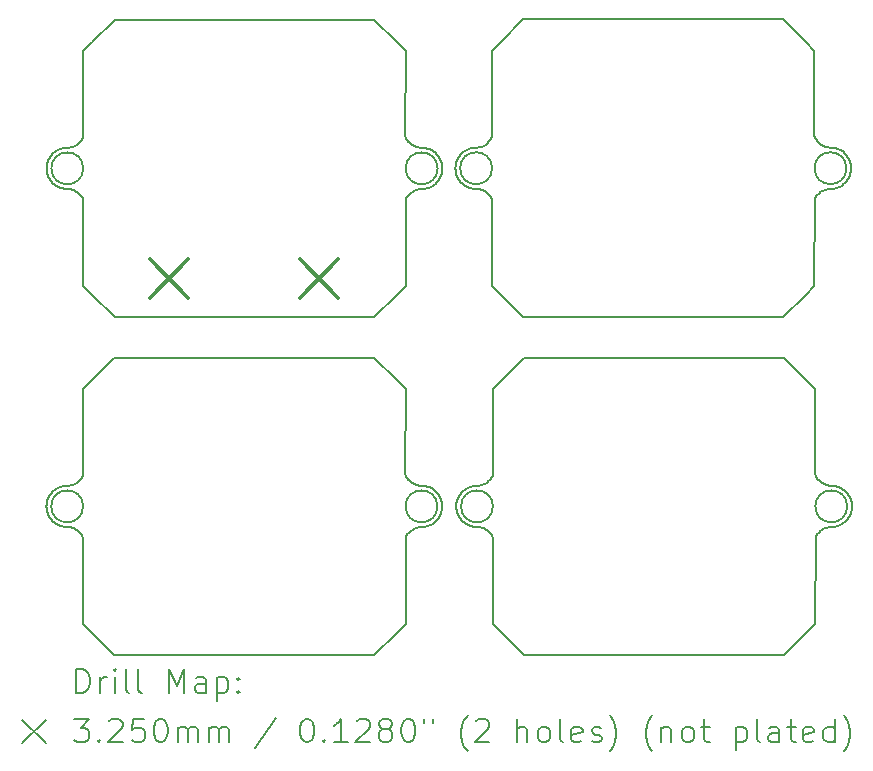
<source format=gbr>
%TF.GenerationSoftware,KiCad,Pcbnew,7.0.7*%
%TF.CreationDate,2023-10-04T22:58:44-06:00*%
%TF.ProjectId,Modular_Interfaces,4d6f6475-6c61-4725-9f49-6e7465726661,rev?*%
%TF.SameCoordinates,Original*%
%TF.FileFunction,Drillmap*%
%TF.FilePolarity,Positive*%
%FSLAX45Y45*%
G04 Gerber Fmt 4.5, Leading zero omitted, Abs format (unit mm)*
G04 Created by KiCad (PCBNEW 7.0.7) date 2023-10-04 22:58:44*
%MOMM*%
%LPD*%
G01*
G04 APERTURE LIST*
%ADD10C,0.150000*%
%ADD11C,0.200000*%
%ADD12C,0.325000*%
G04 APERTURE END LIST*
D10*
X15411971Y-10488499D02*
X15417845Y-10496591D01*
X12273132Y-10770312D02*
X12283124Y-10770669D01*
X15449282Y-7728789D02*
X15449275Y-7738788D01*
X15665486Y-10438381D02*
X15656644Y-10443049D01*
X18887100Y-10694316D02*
X18881216Y-10702399D01*
X12099001Y-10610404D02*
X12100147Y-10620336D01*
X15572673Y-7795967D02*
X15576573Y-7805174D01*
X12114130Y-10522687D02*
X12110242Y-10531899D01*
X15398732Y-10717394D02*
X15391555Y-10724356D01*
X15139350Y-8728678D02*
X15064350Y-8803678D01*
X12357430Y-10797462D02*
X12365350Y-10803564D01*
X15446551Y-10620336D02*
X15444839Y-10630187D01*
X12225240Y-7901646D02*
X12234913Y-7904176D01*
X12274133Y-7908678D02*
X12284125Y-7909035D01*
X18728581Y-7557174D02*
X18735700Y-7557348D01*
D11*
X18877729Y-10595412D02*
G75*
G03*
X18877729Y-10595412I-135000J0D01*
G01*
D10*
X12409828Y-10325151D02*
X12406051Y-10334409D01*
X15686377Y-7564442D02*
X15676869Y-7567533D01*
X15648083Y-10448214D02*
X15639831Y-10453860D01*
X18650728Y-10803664D02*
X18643247Y-10810296D01*
X18803644Y-7893620D02*
X18794323Y-7897237D01*
X15405645Y-10480757D02*
X15411971Y-10488499D01*
X15314003Y-7563229D02*
X15323672Y-7565772D01*
X15384164Y-10459868D02*
X15391718Y-10466417D01*
X12104131Y-10639925D02*
X12106955Y-10649516D01*
X15847245Y-7505243D02*
X15840569Y-7512686D01*
X18908933Y-7707542D02*
X18910067Y-7717476D01*
X12141053Y-10480757D02*
X12134727Y-10488499D01*
X18619442Y-10352136D02*
X18625035Y-10360424D01*
X12214726Y-10760201D02*
X12224239Y-10763280D01*
X18765335Y-7904820D02*
X18755437Y-7906231D01*
X15313787Y-7904176D02*
X15303985Y-7906150D01*
X18902094Y-7786552D02*
X18898727Y-7795967D01*
X18898727Y-7795967D02*
X18894827Y-7805174D01*
X15863997Y-7480420D02*
X15858987Y-7489072D01*
X12188265Y-7581315D02*
X12179704Y-7586480D01*
X15745475Y-7907705D02*
X15755418Y-7908750D01*
X12119642Y-7815473D02*
X12124566Y-7824175D01*
X18910625Y-7737458D02*
X18910048Y-7747440D01*
X15155655Y-10360324D02*
X15161804Y-10368207D01*
X15302984Y-10767784D02*
X15293086Y-10769195D01*
X15137871Y-7463518D02*
X15141648Y-7472775D01*
X15603549Y-7847070D02*
X15610317Y-7854430D01*
X12134727Y-10488499D02*
X12128853Y-10496591D01*
X15782000Y-10775943D02*
X15791516Y-10779008D01*
X18890511Y-7650749D02*
X18894919Y-7659723D01*
X12233696Y-10424863D02*
X12224027Y-10427406D01*
X12379837Y-10817329D02*
X12386335Y-10824928D01*
X15140647Y-10334409D02*
X15145052Y-10343384D01*
X12196305Y-10752440D02*
X12205405Y-10756584D01*
X15945700Y-6662348D02*
X16135700Y-6472348D01*
X15145052Y-10343384D02*
X15150062Y-10352036D01*
X18853372Y-10730996D02*
X18845448Y-10737094D01*
X15273566Y-10770312D02*
X15263574Y-10770669D01*
X18742729Y-10420412D02*
X18752724Y-10420697D01*
X18791839Y-10763380D02*
X18782166Y-10765910D01*
X18606250Y-10325251D02*
X18610027Y-10334509D01*
X15236629Y-10415600D02*
X15246384Y-10417790D01*
X15207275Y-7925332D02*
X15198591Y-7930287D01*
X12100116Y-10570506D02*
X12098982Y-10580440D01*
X12402647Y-7481750D02*
X12397637Y-7490402D01*
X12392044Y-7498690D02*
X12385895Y-7506573D01*
X18845627Y-10453860D02*
X18853544Y-10459968D01*
X15566482Y-7776961D02*
X15569306Y-7786552D01*
X15832793Y-10389173D02*
X15824734Y-10395090D01*
D11*
X15409350Y-7733678D02*
G75*
G03*
X15409350Y-7733678I-135000J0D01*
G01*
D10*
X15762447Y-10771814D02*
X15772295Y-10773541D01*
X18670935Y-7542133D02*
X18680035Y-7546275D01*
X18735610Y-10420237D02*
X18742729Y-10420412D01*
X18693942Y-10779008D02*
X18684659Y-10782722D01*
X12129979Y-7832582D02*
X12135863Y-7840666D01*
X18342729Y-9335412D02*
X18162729Y-9335412D01*
X15871026Y-10343484D02*
X15866016Y-10352136D01*
X18342729Y-11855412D02*
X16142729Y-11855412D01*
X18853906Y-7861392D02*
X18846343Y-7867932D01*
X15224562Y-10778908D02*
X15215279Y-10782622D01*
X15784487Y-7915944D02*
X15793770Y-7919658D01*
X18765553Y-7559913D02*
X18775353Y-7561899D01*
X15392719Y-7604784D02*
X15399887Y-7611754D01*
X18867996Y-7617793D02*
X18874322Y-7625536D01*
X15631914Y-10459968D02*
X15624360Y-10466517D01*
X15423133Y-10685809D02*
X15417720Y-10694216D01*
X15341293Y-10756584D02*
X15331972Y-10760201D01*
X15755418Y-7908750D02*
X15765266Y-7910477D01*
X15436456Y-10531899D02*
X15439811Y-10541318D01*
X15439743Y-10649516D02*
X15436376Y-10658931D01*
X12098417Y-10590423D02*
X12098424Y-10600422D01*
X12320652Y-7551111D02*
X12311070Y-7553966D01*
X15323672Y-7565772D02*
X15333181Y-7568863D01*
X15870700Y-8727348D02*
X15945700Y-8802348D01*
X16135700Y-6472348D02*
X18155700Y-6472348D01*
X18643247Y-10810296D02*
X18636241Y-10817429D01*
X18901856Y-10668237D02*
X18897437Y-10677207D01*
X15439811Y-10541318D02*
X15442623Y-10550913D01*
X15235079Y-7914209D02*
X15225563Y-7917274D01*
X15842188Y-7954365D02*
X15848686Y-7961964D01*
X15952729Y-11665412D02*
X16142729Y-11855412D01*
X12099418Y-7728789D02*
X12099425Y-7738788D01*
X12263354Y-10420597D02*
X12253393Y-10421453D01*
X15399733Y-7855760D02*
X15392556Y-7862722D01*
X18910067Y-7717476D02*
X18910632Y-7727459D01*
X15625057Y-7867932D02*
X15632981Y-7874030D01*
X18803848Y-7571162D02*
X18812943Y-7575317D01*
X15447552Y-7758702D02*
X15445840Y-7768553D01*
X15174868Y-7948563D02*
X15167862Y-7955695D01*
X18742946Y-10770412D02*
X18742946Y-10770412D01*
X12338114Y-10405097D02*
X12329014Y-10409238D01*
X18609411Y-10859328D02*
X18607729Y-11590412D01*
X15722773Y-10421553D02*
X15712876Y-10422977D01*
X15769694Y-10417890D02*
X15759812Y-10419405D01*
X18910632Y-7727459D02*
X18910625Y-7737458D01*
X15359434Y-10442949D02*
X15367995Y-10448114D01*
X15322459Y-10763280D02*
X15312786Y-10765810D01*
X12323137Y-7917274D02*
X12332420Y-7920988D01*
X18630831Y-7512686D02*
X18638003Y-7519652D01*
X15800465Y-7542133D02*
X15791365Y-7546275D01*
X18812744Y-7889476D02*
X18803644Y-7893620D01*
X15063349Y-9525312D02*
X14873349Y-9335312D01*
X18860935Y-10724456D02*
X18853372Y-10730996D01*
X18917661Y-10590523D02*
X18917655Y-10600522D01*
X18629743Y-10825028D02*
X18623784Y-10833056D01*
X15819781Y-7934498D02*
X15827701Y-7940600D01*
X18525700Y-6662348D02*
X18335700Y-6472348D01*
X15141032Y-7997594D02*
X15139350Y-8728678D01*
X18653695Y-7532026D02*
X18662141Y-7537376D01*
X15879208Y-10325251D02*
X15877729Y-9600412D01*
X15592831Y-10505104D02*
X15587918Y-10513813D01*
X15144214Y-10850147D02*
X15140031Y-10859228D01*
X15567804Y-10600522D02*
X15568381Y-10610504D01*
X15156656Y-7498690D02*
X15162805Y-7506573D01*
X18732955Y-10770769D02*
X18723011Y-10771814D01*
X18917077Y-10610504D02*
X18915931Y-10620436D01*
X15759812Y-10419405D02*
X15749848Y-10420237D01*
X15567797Y-10590523D02*
X15567804Y-10600522D01*
X12135728Y-7626866D02*
X12129854Y-7634957D01*
X12106887Y-10541318D02*
X12104075Y-10550913D01*
X12409350Y-6738678D02*
X12484350Y-6663678D01*
X15424134Y-7824175D02*
X15418721Y-7832582D01*
X15360242Y-7886149D02*
X15351394Y-7890806D01*
X15649615Y-7579985D02*
X15641054Y-7585150D01*
X12196106Y-10438281D02*
X12187264Y-10442949D01*
X12312620Y-10775843D02*
X12322136Y-10778908D01*
X15151063Y-7490402D02*
X15156656Y-7498690D01*
X15436376Y-10658931D02*
X15432476Y-10668137D01*
X15809804Y-10787066D02*
X15818488Y-10792021D01*
X18666970Y-10792021D02*
X18658648Y-10797562D01*
X15561352Y-7747440D02*
X15562498Y-7757372D01*
X12102860Y-7768553D02*
X12105132Y-7778291D01*
X12197306Y-7890806D02*
X12206406Y-7894950D01*
X15725926Y-7907075D02*
X15735483Y-7907348D01*
X15432568Y-10522687D02*
X15436456Y-10531899D01*
X12111243Y-7670265D02*
X12107888Y-7679684D01*
X18752503Y-10770139D02*
X18742946Y-10770412D01*
X18669170Y-10400440D02*
X18677964Y-10405197D01*
X18838419Y-7874030D02*
X18830160Y-7879665D01*
X15189268Y-10797462D02*
X15181348Y-10803564D01*
X18880196Y-7633627D02*
X18885599Y-7642040D01*
X12303916Y-7911807D02*
X12313621Y-7914209D01*
X12115131Y-7661053D02*
X12111243Y-7670265D01*
X15732955Y-10770139D02*
X15742512Y-10770412D01*
X18819773Y-10752540D02*
X18810674Y-10756684D01*
X12243496Y-10422877D02*
X12233696Y-10424863D01*
X18638003Y-7519652D02*
X18645636Y-7526109D01*
X15433569Y-7661053D02*
X15437457Y-7670265D01*
X18909191Y-10541418D02*
X18912003Y-10551013D01*
X15849217Y-10817429D02*
X15855715Y-10825028D01*
X15562467Y-7707542D02*
X15561333Y-7717476D01*
X15283344Y-10420597D02*
X15293306Y-10421453D01*
X12331419Y-10782622D02*
X12340424Y-10786966D01*
X18658648Y-10797562D02*
X18650728Y-10803664D01*
X15417845Y-10496591D02*
X15423248Y-10505004D01*
X18904974Y-7687949D02*
X18907234Y-7697689D01*
X15445884Y-7699019D02*
X15447583Y-7708872D01*
X15833397Y-7519652D02*
X15825764Y-7526109D01*
X15569306Y-7786552D02*
X15572673Y-7795967D01*
X15610317Y-7854430D02*
X15617494Y-7861392D01*
X15284345Y-7558964D02*
X15294306Y-7559820D01*
X12264355Y-7558964D02*
X12254393Y-7559820D01*
X15617192Y-10473488D02*
X15610433Y-10480857D01*
X15774971Y-7912879D02*
X15784487Y-7915944D01*
X18602382Y-7996264D02*
X18600700Y-8727348D01*
X12363413Y-10389073D02*
X12355354Y-10394990D01*
X12155981Y-7604784D02*
X12148813Y-7611754D01*
X15597078Y-7625536D02*
X15591204Y-7633627D01*
X15246384Y-10417790D02*
X15256266Y-10419305D01*
X15869018Y-7996264D02*
X15870700Y-8727348D01*
X18785023Y-7564442D02*
X18794531Y-7567533D01*
X18837375Y-10448214D02*
X18845627Y-10453860D01*
X18828814Y-10443049D02*
X18837375Y-10448214D01*
X12123451Y-10505004D02*
X12118538Y-10513713D01*
X18775137Y-7902846D02*
X18765335Y-7904820D01*
X15391555Y-10724356D02*
X15383992Y-10730896D01*
X12384894Y-10368207D02*
X12378218Y-10375649D01*
X12188458Y-7886149D02*
X12197306Y-7890806D01*
X18735917Y-7907348D02*
X18725925Y-7907705D01*
X15732734Y-10420697D02*
X15722773Y-10421553D01*
X15376247Y-10453760D02*
X15384164Y-10459868D01*
X18917655Y-10600522D02*
X18917077Y-10610504D01*
X12483349Y-9525312D02*
X12673349Y-9335312D01*
X12142199Y-7848400D02*
X12148967Y-7855760D01*
X15722992Y-10769295D02*
X15732955Y-10770139D01*
X15597213Y-7839336D02*
X15603549Y-7847070D01*
X15350393Y-10752440D02*
X15341293Y-10756584D01*
X18684659Y-10782722D02*
X18675654Y-10787066D01*
X12253612Y-10769195D02*
X12263575Y-10770039D01*
X15256266Y-10419305D02*
X15266230Y-10420137D01*
X15571239Y-10630287D02*
X15573511Y-10640025D01*
X12099983Y-7718806D02*
X12099418Y-7728789D01*
X18623784Y-10833056D02*
X18618392Y-10841475D01*
X15569238Y-7678354D02*
X15566426Y-7687949D01*
X12407668Y-7997594D02*
X12409350Y-8728678D01*
X15138349Y-9600312D02*
X15063349Y-9525312D01*
X12483349Y-11665312D02*
X12673349Y-11855312D01*
X18830160Y-7879665D02*
X18821592Y-7884819D01*
X12264576Y-7908405D02*
X12274133Y-7908678D01*
X12329014Y-10409238D02*
X12319651Y-10412745D01*
X15579702Y-10659031D02*
X15583602Y-10668237D01*
X12290432Y-10419305D02*
X12280468Y-10420137D01*
X15150062Y-10352036D02*
X15155655Y-10360324D01*
X15198591Y-7930287D02*
X15190269Y-7935828D01*
X18911947Y-10640025D02*
X18909123Y-10649616D01*
X15303985Y-7906150D02*
X15294087Y-7907561D01*
X15604107Y-10488599D02*
X15598233Y-10496691D01*
X15244784Y-7911807D02*
X15235079Y-7914209D01*
X12332420Y-7920988D02*
X12341425Y-7925332D01*
X18838598Y-7590796D02*
X18846515Y-7596904D01*
X15273349Y-10420312D02*
X15283344Y-10420597D01*
X15181348Y-10803564D02*
X15173867Y-10810196D01*
X12118641Y-10677107D02*
X12123565Y-10685809D01*
X15677077Y-7897237D02*
X15686590Y-7900316D01*
X18782382Y-10424963D02*
X18792052Y-10427506D01*
X18821785Y-7579985D02*
X18830346Y-7585150D01*
X18837189Y-10742729D02*
X18828621Y-10747883D01*
X15568362Y-10580540D02*
X15567797Y-10590523D01*
X18890408Y-7814143D02*
X18885484Y-7822845D01*
X15840426Y-10382716D02*
X15832793Y-10389173D01*
X15573455Y-10551013D02*
X15571195Y-10560753D01*
X18613594Y-10850247D02*
X18609411Y-10859328D01*
X15449275Y-7738788D02*
X15448698Y-7748770D01*
X18622714Y-7961964D02*
X18616755Y-7969992D01*
X12397637Y-7490402D02*
X12392044Y-7498690D01*
X18752724Y-10420697D02*
X18762686Y-10421553D01*
X15351593Y-7576647D02*
X15360435Y-7581315D01*
X15585916Y-7822845D02*
X15591329Y-7831252D01*
X14873349Y-11855312D02*
X12673349Y-11855312D01*
X15140031Y-10859228D02*
X15138349Y-11590312D01*
X15155405Y-7971322D02*
X15150013Y-7979742D01*
X12098424Y-10600422D02*
X12099001Y-10610404D01*
X15587918Y-10513813D02*
X15583510Y-10522787D01*
X15749848Y-10420237D02*
X15742729Y-10420412D01*
X15253631Y-10771714D02*
X15243783Y-10773441D01*
X14873349Y-9335312D02*
X14693349Y-9335312D01*
X15818488Y-10792021D02*
X15826810Y-10797562D01*
X18894827Y-7805174D02*
X18890408Y-7814143D01*
X18861083Y-7854430D02*
X18853906Y-7861392D01*
X15448281Y-10590423D02*
X15448274Y-10600422D01*
X15656837Y-10747883D02*
X15665685Y-10752540D01*
X12141198Y-10710034D02*
X12147966Y-10717394D01*
X15817705Y-7532026D02*
X15809259Y-7537376D01*
X15424248Y-7643370D02*
X15429161Y-7652079D01*
X15860423Y-10360424D02*
X15854274Y-10368307D01*
X18881351Y-10488599D02*
X18887225Y-10496691D01*
X12371046Y-10382616D02*
X12363413Y-10389073D01*
X18668625Y-7924002D02*
X18659941Y-7928957D01*
X12347909Y-7538706D02*
X12339115Y-7543463D01*
X15215279Y-10782622D02*
X15206274Y-10786966D01*
X12179704Y-7586480D02*
X12171452Y-7592126D01*
X15445840Y-7768553D02*
X15443568Y-7778291D01*
X18908902Y-7757372D02*
X18907190Y-7767223D01*
X15624885Y-7596904D02*
X15617331Y-7603454D01*
X12110322Y-10658931D02*
X12114222Y-10668137D01*
X12106955Y-10649516D02*
X12110322Y-10658931D01*
X15945700Y-8802348D02*
X16135700Y-8992348D01*
X18861237Y-7610424D02*
X18867996Y-7617793D01*
X18686913Y-7915944D02*
X18677630Y-7919658D01*
X12401646Y-10343384D02*
X12396636Y-10352036D01*
X18905836Y-10531999D02*
X18909191Y-10541418D01*
X18606565Y-7987183D02*
X18602382Y-7996264D01*
X15725705Y-7557634D02*
X15715743Y-7558490D01*
X18853544Y-10459968D02*
X18861098Y-10466517D01*
X15168480Y-10375649D02*
X15175652Y-10382616D01*
X12233912Y-10765810D02*
X12243714Y-10767784D01*
X12402484Y-10850147D02*
X12406667Y-10859228D01*
X15583510Y-10522787D02*
X15579622Y-10531999D01*
X12155143Y-10724356D02*
X12162706Y-10730896D01*
X18861098Y-10466517D02*
X18868266Y-10473488D01*
X15667552Y-7571162D02*
X15658457Y-7575317D01*
X15341497Y-10434126D02*
X15350592Y-10438281D01*
X15789031Y-10412845D02*
X15779449Y-10415700D01*
X15683898Y-10430597D02*
X15674581Y-10434226D01*
X18801561Y-10430597D02*
X18810877Y-10434226D01*
X12124451Y-7643370D02*
X12119539Y-7652079D01*
X12163535Y-7598234D02*
X12155981Y-7604784D01*
X15802775Y-7924002D02*
X15811459Y-7928957D01*
X15383992Y-10730896D02*
X15376068Y-10736994D01*
X15376068Y-10736994D02*
X15367809Y-10742629D01*
X12313621Y-7914209D02*
X12323137Y-7917274D01*
X15855715Y-10825028D02*
X15861674Y-10833056D01*
X15665685Y-10752540D02*
X15674785Y-10756684D01*
X15274567Y-7908678D02*
X15274567Y-7908678D01*
X15234078Y-10775843D02*
X15224562Y-10778908D01*
X15658457Y-7575317D02*
X15649615Y-7579985D01*
X18821592Y-7884819D02*
X18812744Y-7889476D01*
X18600700Y-8727348D02*
X18525700Y-8802348D01*
X15273566Y-10770312D02*
X15273566Y-10770312D01*
X18810674Y-10756684D02*
X18801352Y-10760301D01*
X12484350Y-6663678D02*
X12674350Y-6473678D01*
X15858987Y-7489072D02*
X15853394Y-7497360D01*
X18830346Y-7585150D02*
X18838598Y-7590796D01*
X15564210Y-7767223D02*
X15566482Y-7776961D01*
X18600700Y-6737348D02*
X18525700Y-6662348D01*
X12310069Y-10415600D02*
X12300314Y-10417790D01*
X12339115Y-7543463D02*
X12330015Y-7547605D01*
X15674785Y-10756684D02*
X15684106Y-10760301D01*
X15432476Y-10668137D02*
X15428057Y-10677107D01*
X18755657Y-7558490D02*
X18765553Y-7559913D01*
X15313002Y-10424863D02*
X15322672Y-10427406D01*
X12392294Y-10832956D02*
X12397686Y-10841375D01*
X18680035Y-7546275D02*
X18689398Y-7549781D01*
X15391718Y-10466417D02*
X15398886Y-10473388D01*
X12124566Y-7824175D02*
X12129979Y-7832582D01*
X18772364Y-10767884D02*
X18762466Y-10769295D01*
X15284124Y-7908405D02*
X15274567Y-7908678D01*
D11*
X12409350Y-7733678D02*
G75*
G03*
X12409350Y-7733678I-135000J0D01*
G01*
D10*
X15693407Y-10427506D02*
X15683898Y-10430597D01*
X12154980Y-10466417D02*
X12147812Y-10473388D01*
X15063349Y-11665312D02*
X14873349Y-11855312D01*
X15568381Y-10610504D02*
X15569527Y-10620436D01*
X15175652Y-10382616D02*
X15183285Y-10389073D01*
X12105076Y-7689279D02*
X12102816Y-7699019D01*
X15800799Y-10782722D02*
X15809804Y-10787066D01*
X15150013Y-7979742D02*
X15145215Y-7988513D01*
X12197107Y-7576647D02*
X12188265Y-7581315D01*
X12102816Y-7699019D02*
X12101117Y-7708872D01*
X15412837Y-7840666D02*
X15406501Y-7848400D01*
X15359241Y-10747783D02*
X15350393Y-10752440D01*
X15848686Y-7961964D02*
X15854645Y-7969992D01*
X18912003Y-10551013D02*
X18914263Y-10560753D01*
X12142054Y-7619123D02*
X12135728Y-7626866D01*
X15176653Y-7520982D02*
X15184286Y-7527439D01*
X15580992Y-7814143D02*
X15585916Y-7822845D01*
X15392556Y-7862722D02*
X15384993Y-7869262D01*
X12294068Y-7910080D02*
X12303916Y-7911807D01*
X15872179Y-7462188D02*
X15868402Y-7471445D01*
X15377069Y-7875360D02*
X15368810Y-7880995D01*
X15405500Y-10710034D02*
X15398732Y-10717394D01*
X15443568Y-7778291D02*
X15440744Y-7787882D01*
X18846515Y-7596904D02*
X18854069Y-7603454D01*
X18713164Y-10773541D02*
X18703458Y-10775943D01*
X14874350Y-8993678D02*
X12674350Y-8993678D01*
X15447716Y-10580440D02*
X15448281Y-10590423D01*
X15641054Y-7585150D02*
X15632802Y-7590796D01*
X18898807Y-7668935D02*
X18902162Y-7678354D01*
X12291433Y-7557671D02*
X12281469Y-7558504D01*
X15854274Y-10368307D02*
X15847598Y-10375749D01*
X15437377Y-7797297D02*
X15433477Y-7806504D01*
X15433477Y-7806504D02*
X15429058Y-7815473D01*
X15141648Y-7472775D02*
X15146053Y-7481750D01*
X18660724Y-10395090D02*
X18669170Y-10400440D01*
X15247385Y-7556156D02*
X15257267Y-7557671D01*
X18874880Y-10710134D02*
X18868112Y-10717494D01*
X15791516Y-10779008D02*
X15800799Y-10782722D01*
X18762466Y-10769295D02*
X18752503Y-10770139D01*
X18662141Y-7537376D02*
X18670935Y-7542133D01*
X12206202Y-7572492D02*
X12197107Y-7576647D01*
X15840569Y-7512686D02*
X15833397Y-7519652D01*
X12373832Y-7948563D02*
X12380838Y-7955695D01*
X18772582Y-10422977D02*
X18782382Y-10424963D01*
X15225563Y-7917274D02*
X15216280Y-7920988D01*
X18675654Y-10787066D02*
X18666970Y-10792021D01*
X18599221Y-7462188D02*
X18600700Y-6737348D01*
X12147812Y-10473388D02*
X12141053Y-10480757D01*
X15448274Y-10600422D02*
X15447697Y-10610404D01*
X18607729Y-11590412D02*
X18532729Y-11665412D01*
X18762686Y-10421553D02*
X18772582Y-10422977D01*
X18677964Y-10405197D02*
X18687064Y-10409338D01*
X15417720Y-10694216D02*
X15411836Y-10702299D01*
X18636241Y-10817429D02*
X18629743Y-10825028D01*
X15216280Y-7920988D02*
X15207275Y-7925332D01*
X15263574Y-10770669D02*
X15253631Y-10771714D01*
X12274350Y-7558678D02*
X12264355Y-7558964D01*
X15342498Y-7572492D02*
X15351593Y-7576647D01*
X12409350Y-8728678D02*
X12484350Y-8803678D01*
X15617346Y-10717494D02*
X15624523Y-10724456D01*
X12396636Y-10352036D02*
X12391043Y-10360324D01*
X12322136Y-10778908D02*
X12331419Y-10782622D01*
X18651619Y-7934498D02*
X18643699Y-7940600D01*
X15879208Y-10325251D02*
X15875431Y-10334509D01*
X12302915Y-10773441D02*
X12312620Y-10775843D01*
X15798394Y-10409338D02*
X15789031Y-10412845D01*
X18624155Y-7505243D02*
X18630831Y-7512686D01*
X15867066Y-10841475D02*
X15871864Y-10850247D01*
X15826810Y-10797562D02*
X15834730Y-10803664D01*
X15576573Y-7805174D02*
X15580992Y-7814143D01*
X18689398Y-7549781D02*
X18698980Y-7552636D01*
X18610027Y-10334509D02*
X18614432Y-10343484D01*
X18718617Y-7556341D02*
X18728581Y-7557174D01*
X15877729Y-9600412D02*
X15952729Y-9525412D01*
X12409828Y-10325151D02*
X12408349Y-9600312D01*
X12115223Y-7806504D02*
X12119642Y-7815473D01*
X12205201Y-10434126D02*
X12196106Y-10438281D01*
X18845448Y-10737094D02*
X18837189Y-10742729D01*
X12293067Y-10771714D02*
X12302915Y-10773441D01*
X18631184Y-10368307D02*
X18637860Y-10375749D01*
X15406646Y-7619123D02*
X15412972Y-7626866D01*
X18885484Y-7822845D02*
X18880071Y-7831252D01*
X15583602Y-10668237D02*
X15588021Y-10677207D01*
D11*
X12408349Y-10595312D02*
G75*
G03*
X12408349Y-10595312I-135000J0D01*
G01*
D10*
X18659941Y-7928957D02*
X18651619Y-7934498D01*
X15864835Y-7987183D02*
X15869018Y-7996264D01*
X18703458Y-10775943D02*
X18693942Y-10779008D01*
X15580889Y-7650749D02*
X15576481Y-7659723D01*
X12407052Y-7472775D02*
X12402647Y-7481750D01*
X12099425Y-7738788D02*
X12100002Y-7748770D01*
X18687064Y-10409338D02*
X18696427Y-10412845D01*
X12484350Y-8803678D02*
X12674350Y-8993678D01*
X18599221Y-7462188D02*
X18602998Y-7471445D01*
X15412972Y-7626866D02*
X15418846Y-7634957D01*
X12224239Y-10763280D02*
X12233912Y-10765810D01*
X15624360Y-10466517D02*
X15617192Y-10473488D01*
X15640010Y-10737094D02*
X15648269Y-10742729D01*
X18892628Y-10505104D02*
X18897541Y-10513813D01*
X15162805Y-7506573D02*
X15169481Y-7514016D01*
X12380838Y-7955695D02*
X12387336Y-7963294D01*
X12283124Y-10770669D02*
X12293067Y-10771714D01*
X15564166Y-7697689D02*
X15562467Y-7707542D01*
X15648269Y-10742729D02*
X15656837Y-10747883D01*
X12301315Y-7556156D02*
X12291433Y-7557671D01*
X18874187Y-7839336D02*
X18867851Y-7847070D01*
X15333181Y-7568863D02*
X15342498Y-7572492D01*
X18828621Y-10747883D02*
X18819773Y-10752540D01*
X15624523Y-10724456D02*
X15632086Y-10730996D01*
X15703292Y-10765910D02*
X15713094Y-10767884D01*
X12253393Y-10421453D02*
X12243496Y-10422877D01*
X15206274Y-10786966D02*
X15197590Y-10791921D01*
X18868112Y-10717494D02*
X18860935Y-10724456D01*
X12179890Y-7880995D02*
X12188458Y-7886149D01*
X12254393Y-7559820D02*
X12244497Y-7561243D01*
X12148813Y-7611754D02*
X12142054Y-7619123D01*
X15686590Y-7900316D02*
X15696263Y-7902846D01*
X18696427Y-10412845D02*
X18706009Y-10415700D01*
X14874350Y-6473678D02*
X14694350Y-6473678D01*
X15610433Y-10480857D02*
X15604107Y-10488599D01*
X12234913Y-7904176D02*
X12244715Y-7906150D01*
X15294306Y-7559820D02*
X15304203Y-7561243D01*
X12349108Y-10791921D02*
X12357430Y-10797462D01*
X18618392Y-10841475D02*
X18613594Y-10850247D01*
X18645636Y-7526109D02*
X18653695Y-7532026D01*
X15560775Y-7737458D02*
X15561352Y-7747440D01*
X18708735Y-7554826D02*
X18718617Y-7556341D01*
X18907190Y-7767223D02*
X18904918Y-7776961D01*
X12346908Y-10400340D02*
X12338114Y-10405097D01*
X15706065Y-7904820D02*
X15715963Y-7906231D01*
X18532729Y-11665412D02*
X18342729Y-11855412D01*
X15571195Y-10560753D02*
X15569496Y-10570606D01*
X15160363Y-10824928D02*
X15154404Y-10832956D01*
X18706134Y-7910477D02*
X18696429Y-7912879D01*
X15703076Y-10424963D02*
X15693407Y-10427506D01*
X15182349Y-7941930D02*
X15174868Y-7948563D01*
X12110242Y-10531899D02*
X12106887Y-10541318D01*
X18810877Y-10434226D02*
X18819972Y-10438381D01*
X18735700Y-7557348D02*
X18745695Y-7557634D01*
X15173867Y-10810196D02*
X15166861Y-10817329D01*
X15237630Y-7553966D02*
X15247385Y-7556156D01*
X15576267Y-10541418D02*
X15573455Y-10551013D01*
X18606250Y-10325251D02*
X18607729Y-9600412D01*
X15742512Y-10770412D02*
X15752504Y-10770769D01*
X18875025Y-10480857D02*
X18881351Y-10488599D01*
X15429161Y-7652079D02*
X15433569Y-7661053D01*
X15428057Y-10677107D02*
X15423133Y-10685809D01*
X18715764Y-10417890D02*
X18725647Y-10419405D01*
X15161804Y-10368207D02*
X15168480Y-10375649D01*
X15399887Y-7611754D02*
X15406646Y-7619123D01*
X18715982Y-7908750D02*
X18706134Y-7910477D01*
X15429058Y-7815473D02*
X15424134Y-7824175D01*
X18907234Y-7697689D02*
X18908933Y-7707542D01*
X15632086Y-10730996D02*
X15640010Y-10737094D01*
X18801352Y-10760301D02*
X18791839Y-10763380D01*
X12187264Y-10442949D02*
X12178703Y-10448114D01*
X15569496Y-10570606D02*
X15568362Y-10580540D01*
X18909123Y-10649616D02*
X18905756Y-10659031D01*
X12162706Y-10730896D02*
X12170630Y-10736994D01*
X15257267Y-7557671D02*
X15267231Y-7558504D01*
X15293306Y-10421453D02*
X15303202Y-10422877D01*
X15871864Y-10850247D02*
X15876047Y-10859328D01*
X15448698Y-7748770D02*
X15447552Y-7758702D01*
X12273349Y-10420312D02*
X12263354Y-10420597D01*
X12330015Y-7547605D02*
X12320652Y-7551111D01*
X12101148Y-7758702D02*
X12102860Y-7768553D01*
X15154404Y-10832956D02*
X15149012Y-10841375D01*
X12356355Y-7533356D02*
X12347909Y-7538706D01*
X15368810Y-7880995D02*
X15360242Y-7886149D01*
X12170630Y-10736994D02*
X12178889Y-10742629D01*
X12319651Y-10412745D02*
X12310069Y-10415600D01*
X15423248Y-10505004D02*
X15428160Y-10513713D01*
X15713094Y-10767884D02*
X15722992Y-10769295D01*
X15139350Y-6738678D02*
X15064350Y-6663678D01*
X12341425Y-7925332D02*
X12350109Y-7930287D01*
X15243783Y-10773441D02*
X15234078Y-10775843D01*
X15442567Y-10639925D02*
X15439743Y-10649516D01*
X15274350Y-7558678D02*
X15284345Y-7558964D01*
X18902162Y-7678354D02*
X18904974Y-7687949D01*
X12098982Y-10580440D02*
X12098417Y-10590423D01*
X15588021Y-10677207D02*
X15592945Y-10685909D01*
X18612413Y-7489072D02*
X18618006Y-7497360D01*
X15693619Y-10763380D02*
X15703292Y-10765910D01*
X15283123Y-10770039D02*
X15273566Y-10770312D01*
X15447583Y-7708872D02*
X15448717Y-7718806D01*
X18645032Y-10382716D02*
X18652665Y-10389173D01*
X15448717Y-7718806D02*
X15449282Y-7728789D01*
X15184286Y-7527439D02*
X15192345Y-7533356D01*
X15136870Y-10325151D02*
X15140647Y-10334409D01*
X15331972Y-10760201D02*
X15322459Y-10763280D01*
X15323460Y-7901646D02*
X15313787Y-7904176D01*
X18885599Y-7642040D02*
X18890511Y-7650749D01*
X15779449Y-10415700D02*
X15769694Y-10417890D01*
X15868402Y-7471445D02*
X15863997Y-7480420D01*
X15377248Y-7592126D02*
X15385165Y-7598234D01*
X18892513Y-10685909D02*
X18887100Y-10694316D01*
X15576481Y-7659723D02*
X15572593Y-7668935D01*
X15676869Y-7567533D02*
X15667552Y-7571162D01*
X12214518Y-10430497D02*
X12205201Y-10434126D01*
X15667756Y-7893620D02*
X15677077Y-7897237D01*
D11*
X18870700Y-7732348D02*
G75*
G03*
X18870700Y-7732348I-135000J0D01*
G01*
D10*
X15384993Y-7869262D02*
X15377069Y-7875360D01*
X15809259Y-7537376D02*
X15800465Y-7542133D01*
X12674350Y-6473678D02*
X14694350Y-6473678D01*
X12372831Y-10810196D02*
X12379837Y-10817329D01*
X15765266Y-7910477D02*
X15774971Y-7912879D01*
X12243714Y-10767784D02*
X12253612Y-10769195D01*
D11*
X15408349Y-10595312D02*
G75*
G03*
X15408349Y-10595312I-135000J0D01*
G01*
D10*
X18867851Y-7847070D02*
X18861083Y-7854430D01*
X15183285Y-10389073D02*
X15191344Y-10394990D01*
X15192345Y-7533356D02*
X15200791Y-7538706D01*
X12129854Y-7634957D02*
X12124451Y-7643370D01*
X18643699Y-7940600D02*
X18636218Y-7947233D01*
X15579622Y-10531999D02*
X15576267Y-10541418D01*
X15576335Y-10649616D02*
X15579702Y-10659031D01*
X15772295Y-10773541D02*
X15782000Y-10775943D01*
X12128978Y-10694216D02*
X12134862Y-10702299D01*
X12386335Y-10824928D02*
X12392294Y-10832956D01*
X15752504Y-10770769D02*
X15762447Y-10771814D01*
X18880071Y-7831252D02*
X18874187Y-7839336D01*
X12410829Y-7463518D02*
X12409350Y-6738678D01*
X12379219Y-7514016D02*
X12372047Y-7520982D01*
X15696263Y-7902846D02*
X15706065Y-7904820D01*
X18782166Y-10765910D02*
X18772364Y-10767884D01*
X15442623Y-10550913D02*
X15444883Y-10560653D01*
X15866016Y-10352136D02*
X15860423Y-10360424D01*
X18915962Y-10570606D02*
X18917096Y-10580540D01*
X12187457Y-10747783D02*
X12196305Y-10752440D01*
X12673349Y-9335312D02*
X14693349Y-9335312D01*
X15772420Y-7552636D02*
X15762665Y-7554826D01*
X15351394Y-7890806D02*
X15342294Y-7894950D01*
X18532729Y-9525412D02*
X18342729Y-9335412D01*
X15446582Y-10570506D02*
X15447716Y-10580440D01*
X15598358Y-10694316D02*
X15604242Y-10702399D01*
X15658656Y-7889476D02*
X15667756Y-7893620D01*
X15406501Y-7848400D02*
X15399733Y-7855760D01*
X12391043Y-10360324D02*
X12384894Y-10368207D01*
X15816288Y-10400440D02*
X15807494Y-10405197D01*
X12107888Y-7679684D02*
X12105076Y-7689279D01*
X12170451Y-10453760D02*
X12162534Y-10459868D01*
X15952729Y-9525412D02*
X16142729Y-9335412D01*
X18602998Y-7471445D02*
X18607403Y-7480420D01*
X15735483Y-7907348D02*
X15745475Y-7907705D01*
X12284125Y-7909035D02*
X12294068Y-7910080D01*
X15228048Y-7551111D02*
X15237630Y-7553966D01*
X18614432Y-10343484D02*
X18619442Y-10352136D01*
X18607729Y-9600412D02*
X18532729Y-9525412D01*
X15254632Y-7910080D02*
X15244784Y-7911807D01*
X18905756Y-10659031D02*
X18901856Y-10668237D01*
X12234697Y-7563229D02*
X12225027Y-7565772D01*
X12205405Y-10756584D02*
X12214726Y-10760201D01*
X15227047Y-10412745D02*
X15236629Y-10415600D01*
X15428160Y-10513713D02*
X15432568Y-10522687D01*
X12372047Y-7520982D02*
X12364414Y-7527439D01*
X15585801Y-7642040D02*
X15580889Y-7650749D01*
X15145215Y-7988513D02*
X15141032Y-7997594D01*
X15847598Y-10375749D02*
X15840426Y-10382716D01*
X18725925Y-7907705D02*
X18715982Y-7908750D01*
X18897437Y-10677207D02*
X18892513Y-10685909D01*
X18812943Y-7575317D02*
X18821785Y-7579985D01*
X18625035Y-10360424D02*
X18631184Y-10368307D01*
X15136870Y-10325151D02*
X15138349Y-9600312D01*
X15064350Y-6663678D02*
X14874350Y-6473678D01*
X15610163Y-7610424D02*
X15603404Y-7617793D01*
X15167862Y-7955695D02*
X15161364Y-7963294D01*
X12358431Y-7935828D02*
X12366351Y-7941930D01*
X15762665Y-7554826D02*
X15752783Y-7556341D01*
X15064350Y-8803678D02*
X14874350Y-8993678D01*
X15440812Y-7679684D02*
X15443624Y-7689279D01*
X12398687Y-7979742D02*
X12403485Y-7988513D01*
X12123565Y-10685809D02*
X12128978Y-10694216D01*
X12105132Y-7778291D02*
X12107956Y-7787882D01*
X15398886Y-10473388D02*
X15405645Y-10480757D01*
X18917096Y-10580540D02*
X18917661Y-10590523D01*
X15632981Y-7874030D02*
X15641240Y-7879665D01*
X15161364Y-7963294D02*
X15155405Y-7971322D01*
X15138349Y-11590312D02*
X15063349Y-11665312D01*
X15617331Y-7603454D02*
X15610163Y-7610424D01*
X15293086Y-10769195D02*
X15283123Y-10770039D01*
X12128853Y-10496591D02*
X12123451Y-10505004D01*
X18677630Y-7919658D02*
X18668625Y-7924002D01*
X12364414Y-7527439D02*
X12356355Y-7533356D01*
X12280468Y-10420137D02*
X12273349Y-10420312D01*
X18335700Y-8992348D02*
X16135700Y-8992348D01*
X15149012Y-10841375D02*
X15144214Y-10850147D01*
X12111323Y-7797297D02*
X12115223Y-7806504D01*
X15560768Y-7727459D02*
X15560775Y-7737458D01*
X15385165Y-7598234D02*
X15392719Y-7604784D01*
X15191344Y-10394990D02*
X15199790Y-10400340D01*
X18706009Y-10415700D02*
X18715764Y-10417890D01*
X15842211Y-10810296D02*
X15849217Y-10817429D01*
X15190269Y-7935828D02*
X15182349Y-7941930D01*
X15742729Y-10420412D02*
X15732734Y-10420697D01*
X18636218Y-7947233D02*
X18629212Y-7954365D01*
X18868266Y-10473488D02*
X18875025Y-10480857D01*
X15592945Y-10685909D02*
X15598358Y-10694316D01*
X15674581Y-10434226D02*
X15665486Y-10438381D01*
X12206406Y-7894950D02*
X12215727Y-7898567D01*
X15696047Y-7561899D02*
X15686377Y-7564442D01*
X12365350Y-10803564D02*
X12372831Y-10810196D01*
X15561333Y-7717476D02*
X15560768Y-7727459D01*
X15598233Y-10496691D02*
X15592831Y-10505104D01*
X12403485Y-7988513D02*
X12407668Y-7997594D01*
X12134862Y-10702299D02*
X12141198Y-10710034D01*
X12311070Y-7553966D02*
X12301315Y-7556156D01*
X18904918Y-7776961D02*
X18902094Y-7786552D01*
X18607403Y-7480420D02*
X18612413Y-7489072D01*
X18894919Y-7659723D02*
X18898807Y-7668935D01*
X15218685Y-7547605D02*
X15228048Y-7551111D01*
X15418721Y-7832582D02*
X15412837Y-7840666D01*
X15715743Y-7558490D02*
X15705847Y-7559913D01*
X12410829Y-7463518D02*
X12407052Y-7472775D01*
X15825764Y-7526109D02*
X15817705Y-7532026D01*
X12156144Y-7862722D02*
X12163707Y-7869262D01*
X18910048Y-7747440D02*
X18908902Y-7757372D01*
X18887225Y-10496691D02*
X18892628Y-10505104D01*
D11*
X15870700Y-7732348D02*
G75*
G03*
X15870700Y-7732348I-135000J0D01*
G01*
D10*
X18637860Y-10375749D02*
X18645032Y-10382716D01*
X15639831Y-10453860D02*
X15631914Y-10459968D01*
X18846343Y-7867932D02*
X18838419Y-7874030D01*
X15872179Y-7462188D02*
X15870700Y-6737348D01*
X12215519Y-7568863D02*
X12206202Y-7572492D01*
X18698980Y-7552636D02*
X18708735Y-7554826D01*
X15569527Y-10620436D02*
X15571239Y-10630287D01*
X15137871Y-7463518D02*
X15139350Y-6738678D01*
X12101117Y-7708872D02*
X12099983Y-7718806D01*
X18874322Y-7625536D02*
X18880196Y-7633627D01*
X15735700Y-7557348D02*
X15725705Y-7557634D01*
X12100147Y-10620336D02*
X12101859Y-10630187D01*
X12406051Y-10334409D02*
X12401646Y-10343384D01*
X15274567Y-7908678D02*
X15264575Y-7909035D01*
X15875431Y-10334509D02*
X15871026Y-10343484D01*
X15312786Y-10765810D02*
X15302984Y-10767784D01*
X12148967Y-7855760D02*
X12156144Y-7862722D01*
X15217684Y-10409238D02*
X15227047Y-10412745D01*
X18819972Y-10438381D02*
X18828814Y-10443049D01*
X12171452Y-7592126D02*
X12163535Y-7598234D01*
X12350109Y-7930287D02*
X12358431Y-7935828D01*
X15209585Y-7543463D02*
X15218685Y-7547605D01*
X12178703Y-10448114D02*
X12170451Y-10453760D01*
X15656644Y-10443049D02*
X15648083Y-10448214D01*
X15591329Y-7831252D02*
X15597213Y-7839336D01*
X15266230Y-10420137D02*
X15273349Y-10420312D01*
X15367995Y-10448114D02*
X15376247Y-10453760D01*
X15264575Y-7909035D02*
X15254632Y-7910080D01*
X12387336Y-7963294D02*
X12393295Y-7971322D01*
X15712876Y-10422977D02*
X15703076Y-10424963D01*
X12135863Y-7840666D02*
X12142199Y-7848400D01*
X15208584Y-10405097D02*
X15217684Y-10409238D01*
X15827701Y-7940600D02*
X15835182Y-7947233D01*
X12163707Y-7869262D02*
X12171631Y-7875360D01*
X15332973Y-7898567D02*
X15323460Y-7901646D01*
X12281469Y-7558504D02*
X12274350Y-7558678D01*
X12107956Y-7787882D02*
X12111323Y-7797297D01*
X12162534Y-10459868D02*
X12154980Y-10466417D01*
X18784810Y-7900316D02*
X18775137Y-7902846D01*
X15573511Y-10640025D02*
X15576335Y-10649616D01*
X12263575Y-10770039D02*
X12273132Y-10770312D01*
X15752783Y-7556341D02*
X15742819Y-7557174D01*
X18897541Y-10513813D02*
X18901948Y-10522787D01*
X18742946Y-10770412D02*
X18732955Y-10770769D01*
X12224027Y-10427406D02*
X12214518Y-10430497D01*
X15368996Y-7586480D02*
X15377248Y-7592126D01*
X12178889Y-10742629D02*
X12187457Y-10747783D01*
X12225027Y-7565772D02*
X12215519Y-7568863D01*
X15610578Y-10710134D02*
X15617346Y-10717494D01*
X15877729Y-11590412D02*
X15952729Y-11665412D01*
X15860037Y-7978412D02*
X15864835Y-7987183D01*
X15705847Y-7559913D02*
X15696047Y-7561899D01*
X12119539Y-7652079D02*
X12115131Y-7661053D01*
X15870700Y-6737348D02*
X15945700Y-6662348D01*
X15267231Y-7558504D02*
X15274350Y-7558678D01*
X15443624Y-7689279D02*
X15445884Y-7699019D01*
X15715963Y-7906231D02*
X15725926Y-7907075D01*
X15562498Y-7757372D02*
X15564210Y-7767223D01*
X15617494Y-7861392D02*
X15625057Y-7867932D01*
X15603404Y-7617793D02*
X15597078Y-7625536D01*
X15322672Y-10427406D02*
X15332180Y-10430497D01*
X18725647Y-10419405D02*
X18735610Y-10420237D01*
X12393295Y-7971322D02*
X12398687Y-7979742D01*
X18611363Y-7978412D02*
X18606565Y-7987183D01*
X12100002Y-7748770D02*
X12101148Y-7758702D01*
X15811459Y-7928957D02*
X15819781Y-7934498D01*
X12104075Y-10550913D02*
X12101815Y-10560653D01*
X15342294Y-7894950D02*
X15332973Y-7898567D01*
X15834730Y-10803664D02*
X15842211Y-10810296D01*
X18723011Y-10771814D02*
X18713164Y-10773541D01*
X18881216Y-10702399D02*
X18874880Y-10710134D01*
X15591204Y-7633627D02*
X15585801Y-7642040D01*
X15332180Y-10430497D02*
X15341497Y-10434126D01*
X18794531Y-7567533D02*
X18803848Y-7571162D01*
X15782002Y-7549781D02*
X15772420Y-7552636D01*
X15853394Y-7497360D02*
X15847245Y-7505243D01*
X18792052Y-10427506D02*
X18801561Y-10430597D01*
X15367809Y-10742629D02*
X15359241Y-10747783D01*
X12215727Y-7898567D02*
X12225240Y-7901646D01*
X18618006Y-7497360D02*
X18624155Y-7505243D01*
X15199790Y-10400340D02*
X15208584Y-10405097D01*
X18901948Y-10522787D02*
X18905836Y-10531999D01*
X18616755Y-7969992D02*
X18611363Y-7978412D01*
X18735917Y-7907348D02*
X18735917Y-7907348D01*
X15791365Y-7546275D02*
X15782002Y-7549781D01*
X15350592Y-10438281D02*
X15359434Y-10442949D01*
X15303202Y-10422877D02*
X15313002Y-10424863D01*
X15604242Y-10702399D02*
X15610578Y-10710134D01*
X12378218Y-10375649D02*
X12371046Y-10382616D01*
X12171631Y-7875360D02*
X12179890Y-7880995D01*
X12101859Y-10630187D02*
X12104131Y-10639925D01*
X12355354Y-10394990D02*
X12346908Y-10400340D01*
X15632802Y-7590796D02*
X15624885Y-7596904D01*
X18745474Y-7907075D02*
X18735917Y-7907348D01*
X18629212Y-7954365D02*
X18622714Y-7961964D01*
X12340424Y-10786966D02*
X12349108Y-10791921D01*
X15447697Y-10610404D02*
X15446551Y-10620336D01*
X18335700Y-6472348D02*
X18155700Y-6472348D01*
X15294087Y-7907561D02*
X15284124Y-7908405D01*
X12254613Y-7907561D02*
X12264576Y-7908405D01*
X18696429Y-7912879D02*
X18686913Y-7915944D01*
X15649808Y-7884819D02*
X15658656Y-7889476D01*
X15742819Y-7557174D02*
X15735700Y-7557348D01*
X15807494Y-10405197D02*
X15798394Y-10409338D01*
X15437457Y-7670265D02*
X15440812Y-7679684D01*
X15418846Y-7634957D02*
X15424248Y-7643370D01*
X18525700Y-8802348D02*
X18335700Y-8992348D01*
X12408349Y-9600312D02*
X12483349Y-9525312D01*
X12118538Y-10513713D02*
X12114130Y-10522687D01*
X15169481Y-7514016D02*
X15176653Y-7520982D01*
X12397686Y-10841375D02*
X12402484Y-10850147D01*
X15793770Y-7919658D02*
X15802775Y-7924002D01*
X12300314Y-10417790D02*
X12290432Y-10419305D01*
X12385895Y-7506573D02*
X12379219Y-7514016D01*
X12244715Y-7906150D02*
X12254613Y-7907561D01*
X12147966Y-10717394D02*
X12155143Y-10724356D01*
X15824734Y-10395090D02*
X15816288Y-10400440D01*
X15572593Y-7668935D02*
X15569238Y-7678354D01*
X12114222Y-10668137D02*
X12118641Y-10677107D01*
X15861674Y-10833056D02*
X15867066Y-10841475D01*
X18794323Y-7897237D02*
X18784810Y-7900316D01*
X15440744Y-7787882D02*
X15437377Y-7797297D01*
X15411836Y-10702299D02*
X15405500Y-10710034D01*
X12101815Y-10560653D02*
X12100116Y-10570506D01*
X18775353Y-7561899D02*
X18785023Y-7564442D01*
X15360435Y-7581315D02*
X15368996Y-7586480D01*
X12408349Y-11590312D02*
X12483349Y-11665312D01*
X18745695Y-7557634D02*
X18755657Y-7558490D01*
X15200791Y-7538706D02*
X15209585Y-7543463D01*
X15835182Y-7947233D02*
X15842188Y-7954365D01*
X15876047Y-10859328D02*
X15877729Y-11590412D01*
X18755437Y-7906231D02*
X18745474Y-7907075D01*
X15197590Y-10791921D02*
X15189268Y-10797462D01*
X15146053Y-7481750D02*
X15151063Y-7490402D01*
X18915931Y-10620436D02*
X18914219Y-10630287D01*
X15444883Y-10560653D02*
X15446582Y-10570506D01*
X18652665Y-10389173D02*
X18660724Y-10395090D01*
X18854069Y-7603454D02*
X18861237Y-7610424D01*
X15566426Y-7687949D02*
X15564166Y-7697689D01*
X12406667Y-10859228D02*
X12408349Y-11590312D01*
X15684106Y-10760301D02*
X15693619Y-10763380D01*
X12366351Y-7941930D02*
X12373832Y-7948563D01*
X12244497Y-7561243D02*
X12234697Y-7563229D01*
D11*
X15877729Y-10595412D02*
G75*
G03*
X15877729Y-10595412I-135000J0D01*
G01*
D10*
X15444839Y-10630187D02*
X15442567Y-10639925D01*
X16142729Y-9335412D02*
X18162729Y-9335412D01*
X15641240Y-7879665D02*
X15649808Y-7884819D01*
X18914263Y-10560753D02*
X18915962Y-10570606D01*
X15304203Y-7561243D02*
X15314003Y-7563229D01*
X18914219Y-10630287D02*
X18911947Y-10640025D01*
X15854645Y-7969992D02*
X15860037Y-7978412D01*
X15166861Y-10817329D02*
X15160363Y-10824928D01*
D11*
D12*
X12970650Y-8503678D02*
X13295650Y-8828678D01*
X13295650Y-8503678D02*
X12970650Y-8828678D01*
X14240650Y-8503678D02*
X14565650Y-8828678D01*
X14565650Y-8503678D02*
X14240650Y-8828678D01*
D11*
X12351694Y-12174396D02*
X12351694Y-11974396D01*
X12351694Y-11974396D02*
X12399313Y-11974396D01*
X12399313Y-11974396D02*
X12427885Y-11983919D01*
X12427885Y-11983919D02*
X12446932Y-12002967D01*
X12446932Y-12002967D02*
X12456456Y-12022015D01*
X12456456Y-12022015D02*
X12465980Y-12060110D01*
X12465980Y-12060110D02*
X12465980Y-12088681D01*
X12465980Y-12088681D02*
X12456456Y-12126776D01*
X12456456Y-12126776D02*
X12446932Y-12145824D01*
X12446932Y-12145824D02*
X12427885Y-12164872D01*
X12427885Y-12164872D02*
X12399313Y-12174396D01*
X12399313Y-12174396D02*
X12351694Y-12174396D01*
X12551694Y-12174396D02*
X12551694Y-12041062D01*
X12551694Y-12079157D02*
X12561218Y-12060110D01*
X12561218Y-12060110D02*
X12570742Y-12050586D01*
X12570742Y-12050586D02*
X12589789Y-12041062D01*
X12589789Y-12041062D02*
X12608837Y-12041062D01*
X12675504Y-12174396D02*
X12675504Y-12041062D01*
X12675504Y-11974396D02*
X12665980Y-11983919D01*
X12665980Y-11983919D02*
X12675504Y-11993443D01*
X12675504Y-11993443D02*
X12685027Y-11983919D01*
X12685027Y-11983919D02*
X12675504Y-11974396D01*
X12675504Y-11974396D02*
X12675504Y-11993443D01*
X12799313Y-12174396D02*
X12780266Y-12164872D01*
X12780266Y-12164872D02*
X12770742Y-12145824D01*
X12770742Y-12145824D02*
X12770742Y-11974396D01*
X12904075Y-12174396D02*
X12885027Y-12164872D01*
X12885027Y-12164872D02*
X12875504Y-12145824D01*
X12875504Y-12145824D02*
X12875504Y-11974396D01*
X13132647Y-12174396D02*
X13132647Y-11974396D01*
X13132647Y-11974396D02*
X13199313Y-12117253D01*
X13199313Y-12117253D02*
X13265980Y-11974396D01*
X13265980Y-11974396D02*
X13265980Y-12174396D01*
X13446932Y-12174396D02*
X13446932Y-12069634D01*
X13446932Y-12069634D02*
X13437408Y-12050586D01*
X13437408Y-12050586D02*
X13418361Y-12041062D01*
X13418361Y-12041062D02*
X13380266Y-12041062D01*
X13380266Y-12041062D02*
X13361218Y-12050586D01*
X13446932Y-12164872D02*
X13427885Y-12174396D01*
X13427885Y-12174396D02*
X13380266Y-12174396D01*
X13380266Y-12174396D02*
X13361218Y-12164872D01*
X13361218Y-12164872D02*
X13351694Y-12145824D01*
X13351694Y-12145824D02*
X13351694Y-12126776D01*
X13351694Y-12126776D02*
X13361218Y-12107729D01*
X13361218Y-12107729D02*
X13380266Y-12098205D01*
X13380266Y-12098205D02*
X13427885Y-12098205D01*
X13427885Y-12098205D02*
X13446932Y-12088681D01*
X13542170Y-12041062D02*
X13542170Y-12241062D01*
X13542170Y-12050586D02*
X13561218Y-12041062D01*
X13561218Y-12041062D02*
X13599313Y-12041062D01*
X13599313Y-12041062D02*
X13618361Y-12050586D01*
X13618361Y-12050586D02*
X13627885Y-12060110D01*
X13627885Y-12060110D02*
X13637408Y-12079157D01*
X13637408Y-12079157D02*
X13637408Y-12136300D01*
X13637408Y-12136300D02*
X13627885Y-12155348D01*
X13627885Y-12155348D02*
X13618361Y-12164872D01*
X13618361Y-12164872D02*
X13599313Y-12174396D01*
X13599313Y-12174396D02*
X13561218Y-12174396D01*
X13561218Y-12174396D02*
X13542170Y-12164872D01*
X13723123Y-12155348D02*
X13732647Y-12164872D01*
X13732647Y-12164872D02*
X13723123Y-12174396D01*
X13723123Y-12174396D02*
X13713599Y-12164872D01*
X13713599Y-12164872D02*
X13723123Y-12155348D01*
X13723123Y-12155348D02*
X13723123Y-12174396D01*
X13723123Y-12050586D02*
X13732647Y-12060110D01*
X13732647Y-12060110D02*
X13723123Y-12069634D01*
X13723123Y-12069634D02*
X13713599Y-12060110D01*
X13713599Y-12060110D02*
X13723123Y-12050586D01*
X13723123Y-12050586D02*
X13723123Y-12069634D01*
X11890917Y-12402912D02*
X12090917Y-12602912D01*
X12090917Y-12402912D02*
X11890917Y-12602912D01*
X12332647Y-12394396D02*
X12456456Y-12394396D01*
X12456456Y-12394396D02*
X12389789Y-12470586D01*
X12389789Y-12470586D02*
X12418361Y-12470586D01*
X12418361Y-12470586D02*
X12437408Y-12480110D01*
X12437408Y-12480110D02*
X12446932Y-12489634D01*
X12446932Y-12489634D02*
X12456456Y-12508681D01*
X12456456Y-12508681D02*
X12456456Y-12556300D01*
X12456456Y-12556300D02*
X12446932Y-12575348D01*
X12446932Y-12575348D02*
X12437408Y-12584872D01*
X12437408Y-12584872D02*
X12418361Y-12594396D01*
X12418361Y-12594396D02*
X12361218Y-12594396D01*
X12361218Y-12594396D02*
X12342170Y-12584872D01*
X12342170Y-12584872D02*
X12332647Y-12575348D01*
X12542170Y-12575348D02*
X12551694Y-12584872D01*
X12551694Y-12584872D02*
X12542170Y-12594396D01*
X12542170Y-12594396D02*
X12532647Y-12584872D01*
X12532647Y-12584872D02*
X12542170Y-12575348D01*
X12542170Y-12575348D02*
X12542170Y-12594396D01*
X12627885Y-12413443D02*
X12637408Y-12403919D01*
X12637408Y-12403919D02*
X12656456Y-12394396D01*
X12656456Y-12394396D02*
X12704075Y-12394396D01*
X12704075Y-12394396D02*
X12723123Y-12403919D01*
X12723123Y-12403919D02*
X12732647Y-12413443D01*
X12732647Y-12413443D02*
X12742170Y-12432491D01*
X12742170Y-12432491D02*
X12742170Y-12451538D01*
X12742170Y-12451538D02*
X12732647Y-12480110D01*
X12732647Y-12480110D02*
X12618361Y-12594396D01*
X12618361Y-12594396D02*
X12742170Y-12594396D01*
X12923123Y-12394396D02*
X12827885Y-12394396D01*
X12827885Y-12394396D02*
X12818361Y-12489634D01*
X12818361Y-12489634D02*
X12827885Y-12480110D01*
X12827885Y-12480110D02*
X12846932Y-12470586D01*
X12846932Y-12470586D02*
X12894551Y-12470586D01*
X12894551Y-12470586D02*
X12913599Y-12480110D01*
X12913599Y-12480110D02*
X12923123Y-12489634D01*
X12923123Y-12489634D02*
X12932647Y-12508681D01*
X12932647Y-12508681D02*
X12932647Y-12556300D01*
X12932647Y-12556300D02*
X12923123Y-12575348D01*
X12923123Y-12575348D02*
X12913599Y-12584872D01*
X12913599Y-12584872D02*
X12894551Y-12594396D01*
X12894551Y-12594396D02*
X12846932Y-12594396D01*
X12846932Y-12594396D02*
X12827885Y-12584872D01*
X12827885Y-12584872D02*
X12818361Y-12575348D01*
X13056456Y-12394396D02*
X13075504Y-12394396D01*
X13075504Y-12394396D02*
X13094551Y-12403919D01*
X13094551Y-12403919D02*
X13104075Y-12413443D01*
X13104075Y-12413443D02*
X13113599Y-12432491D01*
X13113599Y-12432491D02*
X13123123Y-12470586D01*
X13123123Y-12470586D02*
X13123123Y-12518205D01*
X13123123Y-12518205D02*
X13113599Y-12556300D01*
X13113599Y-12556300D02*
X13104075Y-12575348D01*
X13104075Y-12575348D02*
X13094551Y-12584872D01*
X13094551Y-12584872D02*
X13075504Y-12594396D01*
X13075504Y-12594396D02*
X13056456Y-12594396D01*
X13056456Y-12594396D02*
X13037408Y-12584872D01*
X13037408Y-12584872D02*
X13027885Y-12575348D01*
X13027885Y-12575348D02*
X13018361Y-12556300D01*
X13018361Y-12556300D02*
X13008837Y-12518205D01*
X13008837Y-12518205D02*
X13008837Y-12470586D01*
X13008837Y-12470586D02*
X13018361Y-12432491D01*
X13018361Y-12432491D02*
X13027885Y-12413443D01*
X13027885Y-12413443D02*
X13037408Y-12403919D01*
X13037408Y-12403919D02*
X13056456Y-12394396D01*
X13208837Y-12594396D02*
X13208837Y-12461062D01*
X13208837Y-12480110D02*
X13218361Y-12470586D01*
X13218361Y-12470586D02*
X13237408Y-12461062D01*
X13237408Y-12461062D02*
X13265980Y-12461062D01*
X13265980Y-12461062D02*
X13285028Y-12470586D01*
X13285028Y-12470586D02*
X13294551Y-12489634D01*
X13294551Y-12489634D02*
X13294551Y-12594396D01*
X13294551Y-12489634D02*
X13304075Y-12470586D01*
X13304075Y-12470586D02*
X13323123Y-12461062D01*
X13323123Y-12461062D02*
X13351694Y-12461062D01*
X13351694Y-12461062D02*
X13370742Y-12470586D01*
X13370742Y-12470586D02*
X13380266Y-12489634D01*
X13380266Y-12489634D02*
X13380266Y-12594396D01*
X13475504Y-12594396D02*
X13475504Y-12461062D01*
X13475504Y-12480110D02*
X13485028Y-12470586D01*
X13485028Y-12470586D02*
X13504075Y-12461062D01*
X13504075Y-12461062D02*
X13532647Y-12461062D01*
X13532647Y-12461062D02*
X13551694Y-12470586D01*
X13551694Y-12470586D02*
X13561218Y-12489634D01*
X13561218Y-12489634D02*
X13561218Y-12594396D01*
X13561218Y-12489634D02*
X13570742Y-12470586D01*
X13570742Y-12470586D02*
X13589789Y-12461062D01*
X13589789Y-12461062D02*
X13618361Y-12461062D01*
X13618361Y-12461062D02*
X13637409Y-12470586D01*
X13637409Y-12470586D02*
X13646932Y-12489634D01*
X13646932Y-12489634D02*
X13646932Y-12594396D01*
X14037409Y-12384872D02*
X13865980Y-12642015D01*
X14294551Y-12394396D02*
X14313599Y-12394396D01*
X14313599Y-12394396D02*
X14332647Y-12403919D01*
X14332647Y-12403919D02*
X14342171Y-12413443D01*
X14342171Y-12413443D02*
X14351694Y-12432491D01*
X14351694Y-12432491D02*
X14361218Y-12470586D01*
X14361218Y-12470586D02*
X14361218Y-12518205D01*
X14361218Y-12518205D02*
X14351694Y-12556300D01*
X14351694Y-12556300D02*
X14342171Y-12575348D01*
X14342171Y-12575348D02*
X14332647Y-12584872D01*
X14332647Y-12584872D02*
X14313599Y-12594396D01*
X14313599Y-12594396D02*
X14294551Y-12594396D01*
X14294551Y-12594396D02*
X14275504Y-12584872D01*
X14275504Y-12584872D02*
X14265980Y-12575348D01*
X14265980Y-12575348D02*
X14256456Y-12556300D01*
X14256456Y-12556300D02*
X14246932Y-12518205D01*
X14246932Y-12518205D02*
X14246932Y-12470586D01*
X14246932Y-12470586D02*
X14256456Y-12432491D01*
X14256456Y-12432491D02*
X14265980Y-12413443D01*
X14265980Y-12413443D02*
X14275504Y-12403919D01*
X14275504Y-12403919D02*
X14294551Y-12394396D01*
X14446932Y-12575348D02*
X14456456Y-12584872D01*
X14456456Y-12584872D02*
X14446932Y-12594396D01*
X14446932Y-12594396D02*
X14437409Y-12584872D01*
X14437409Y-12584872D02*
X14446932Y-12575348D01*
X14446932Y-12575348D02*
X14446932Y-12594396D01*
X14646932Y-12594396D02*
X14532647Y-12594396D01*
X14589790Y-12594396D02*
X14589790Y-12394396D01*
X14589790Y-12394396D02*
X14570742Y-12422967D01*
X14570742Y-12422967D02*
X14551694Y-12442015D01*
X14551694Y-12442015D02*
X14532647Y-12451538D01*
X14723123Y-12413443D02*
X14732647Y-12403919D01*
X14732647Y-12403919D02*
X14751694Y-12394396D01*
X14751694Y-12394396D02*
X14799313Y-12394396D01*
X14799313Y-12394396D02*
X14818361Y-12403919D01*
X14818361Y-12403919D02*
X14827885Y-12413443D01*
X14827885Y-12413443D02*
X14837409Y-12432491D01*
X14837409Y-12432491D02*
X14837409Y-12451538D01*
X14837409Y-12451538D02*
X14827885Y-12480110D01*
X14827885Y-12480110D02*
X14713599Y-12594396D01*
X14713599Y-12594396D02*
X14837409Y-12594396D01*
X14951694Y-12480110D02*
X14932647Y-12470586D01*
X14932647Y-12470586D02*
X14923123Y-12461062D01*
X14923123Y-12461062D02*
X14913599Y-12442015D01*
X14913599Y-12442015D02*
X14913599Y-12432491D01*
X14913599Y-12432491D02*
X14923123Y-12413443D01*
X14923123Y-12413443D02*
X14932647Y-12403919D01*
X14932647Y-12403919D02*
X14951694Y-12394396D01*
X14951694Y-12394396D02*
X14989790Y-12394396D01*
X14989790Y-12394396D02*
X15008837Y-12403919D01*
X15008837Y-12403919D02*
X15018361Y-12413443D01*
X15018361Y-12413443D02*
X15027885Y-12432491D01*
X15027885Y-12432491D02*
X15027885Y-12442015D01*
X15027885Y-12442015D02*
X15018361Y-12461062D01*
X15018361Y-12461062D02*
X15008837Y-12470586D01*
X15008837Y-12470586D02*
X14989790Y-12480110D01*
X14989790Y-12480110D02*
X14951694Y-12480110D01*
X14951694Y-12480110D02*
X14932647Y-12489634D01*
X14932647Y-12489634D02*
X14923123Y-12499157D01*
X14923123Y-12499157D02*
X14913599Y-12518205D01*
X14913599Y-12518205D02*
X14913599Y-12556300D01*
X14913599Y-12556300D02*
X14923123Y-12575348D01*
X14923123Y-12575348D02*
X14932647Y-12584872D01*
X14932647Y-12584872D02*
X14951694Y-12594396D01*
X14951694Y-12594396D02*
X14989790Y-12594396D01*
X14989790Y-12594396D02*
X15008837Y-12584872D01*
X15008837Y-12584872D02*
X15018361Y-12575348D01*
X15018361Y-12575348D02*
X15027885Y-12556300D01*
X15027885Y-12556300D02*
X15027885Y-12518205D01*
X15027885Y-12518205D02*
X15018361Y-12499157D01*
X15018361Y-12499157D02*
X15008837Y-12489634D01*
X15008837Y-12489634D02*
X14989790Y-12480110D01*
X15151694Y-12394396D02*
X15170742Y-12394396D01*
X15170742Y-12394396D02*
X15189790Y-12403919D01*
X15189790Y-12403919D02*
X15199313Y-12413443D01*
X15199313Y-12413443D02*
X15208837Y-12432491D01*
X15208837Y-12432491D02*
X15218361Y-12470586D01*
X15218361Y-12470586D02*
X15218361Y-12518205D01*
X15218361Y-12518205D02*
X15208837Y-12556300D01*
X15208837Y-12556300D02*
X15199313Y-12575348D01*
X15199313Y-12575348D02*
X15189790Y-12584872D01*
X15189790Y-12584872D02*
X15170742Y-12594396D01*
X15170742Y-12594396D02*
X15151694Y-12594396D01*
X15151694Y-12594396D02*
X15132647Y-12584872D01*
X15132647Y-12584872D02*
X15123123Y-12575348D01*
X15123123Y-12575348D02*
X15113599Y-12556300D01*
X15113599Y-12556300D02*
X15104075Y-12518205D01*
X15104075Y-12518205D02*
X15104075Y-12470586D01*
X15104075Y-12470586D02*
X15113599Y-12432491D01*
X15113599Y-12432491D02*
X15123123Y-12413443D01*
X15123123Y-12413443D02*
X15132647Y-12403919D01*
X15132647Y-12403919D02*
X15151694Y-12394396D01*
X15294552Y-12394396D02*
X15294552Y-12432491D01*
X15370742Y-12394396D02*
X15370742Y-12432491D01*
X15665980Y-12670586D02*
X15656456Y-12661062D01*
X15656456Y-12661062D02*
X15637409Y-12632491D01*
X15637409Y-12632491D02*
X15627885Y-12613443D01*
X15627885Y-12613443D02*
X15618361Y-12584872D01*
X15618361Y-12584872D02*
X15608837Y-12537253D01*
X15608837Y-12537253D02*
X15608837Y-12499157D01*
X15608837Y-12499157D02*
X15618361Y-12451538D01*
X15618361Y-12451538D02*
X15627885Y-12422967D01*
X15627885Y-12422967D02*
X15637409Y-12403919D01*
X15637409Y-12403919D02*
X15656456Y-12375348D01*
X15656456Y-12375348D02*
X15665980Y-12365824D01*
X15732647Y-12413443D02*
X15742171Y-12403919D01*
X15742171Y-12403919D02*
X15761218Y-12394396D01*
X15761218Y-12394396D02*
X15808837Y-12394396D01*
X15808837Y-12394396D02*
X15827885Y-12403919D01*
X15827885Y-12403919D02*
X15837409Y-12413443D01*
X15837409Y-12413443D02*
X15846933Y-12432491D01*
X15846933Y-12432491D02*
X15846933Y-12451538D01*
X15846933Y-12451538D02*
X15837409Y-12480110D01*
X15837409Y-12480110D02*
X15723123Y-12594396D01*
X15723123Y-12594396D02*
X15846933Y-12594396D01*
X16085028Y-12594396D02*
X16085028Y-12394396D01*
X16170742Y-12594396D02*
X16170742Y-12489634D01*
X16170742Y-12489634D02*
X16161218Y-12470586D01*
X16161218Y-12470586D02*
X16142171Y-12461062D01*
X16142171Y-12461062D02*
X16113599Y-12461062D01*
X16113599Y-12461062D02*
X16094552Y-12470586D01*
X16094552Y-12470586D02*
X16085028Y-12480110D01*
X16294552Y-12594396D02*
X16275504Y-12584872D01*
X16275504Y-12584872D02*
X16265980Y-12575348D01*
X16265980Y-12575348D02*
X16256456Y-12556300D01*
X16256456Y-12556300D02*
X16256456Y-12499157D01*
X16256456Y-12499157D02*
X16265980Y-12480110D01*
X16265980Y-12480110D02*
X16275504Y-12470586D01*
X16275504Y-12470586D02*
X16294552Y-12461062D01*
X16294552Y-12461062D02*
X16323123Y-12461062D01*
X16323123Y-12461062D02*
X16342171Y-12470586D01*
X16342171Y-12470586D02*
X16351695Y-12480110D01*
X16351695Y-12480110D02*
X16361218Y-12499157D01*
X16361218Y-12499157D02*
X16361218Y-12556300D01*
X16361218Y-12556300D02*
X16351695Y-12575348D01*
X16351695Y-12575348D02*
X16342171Y-12584872D01*
X16342171Y-12584872D02*
X16323123Y-12594396D01*
X16323123Y-12594396D02*
X16294552Y-12594396D01*
X16475504Y-12594396D02*
X16456456Y-12584872D01*
X16456456Y-12584872D02*
X16446933Y-12565824D01*
X16446933Y-12565824D02*
X16446933Y-12394396D01*
X16627885Y-12584872D02*
X16608837Y-12594396D01*
X16608837Y-12594396D02*
X16570742Y-12594396D01*
X16570742Y-12594396D02*
X16551695Y-12584872D01*
X16551695Y-12584872D02*
X16542171Y-12565824D01*
X16542171Y-12565824D02*
X16542171Y-12489634D01*
X16542171Y-12489634D02*
X16551695Y-12470586D01*
X16551695Y-12470586D02*
X16570742Y-12461062D01*
X16570742Y-12461062D02*
X16608837Y-12461062D01*
X16608837Y-12461062D02*
X16627885Y-12470586D01*
X16627885Y-12470586D02*
X16637409Y-12489634D01*
X16637409Y-12489634D02*
X16637409Y-12508681D01*
X16637409Y-12508681D02*
X16542171Y-12527729D01*
X16713599Y-12584872D02*
X16732647Y-12594396D01*
X16732647Y-12594396D02*
X16770742Y-12594396D01*
X16770742Y-12594396D02*
X16789790Y-12584872D01*
X16789790Y-12584872D02*
X16799314Y-12565824D01*
X16799314Y-12565824D02*
X16799314Y-12556300D01*
X16799314Y-12556300D02*
X16789790Y-12537253D01*
X16789790Y-12537253D02*
X16770742Y-12527729D01*
X16770742Y-12527729D02*
X16742171Y-12527729D01*
X16742171Y-12527729D02*
X16723123Y-12518205D01*
X16723123Y-12518205D02*
X16713599Y-12499157D01*
X16713599Y-12499157D02*
X16713599Y-12489634D01*
X16713599Y-12489634D02*
X16723123Y-12470586D01*
X16723123Y-12470586D02*
X16742171Y-12461062D01*
X16742171Y-12461062D02*
X16770742Y-12461062D01*
X16770742Y-12461062D02*
X16789790Y-12470586D01*
X16865980Y-12670586D02*
X16875504Y-12661062D01*
X16875504Y-12661062D02*
X16894552Y-12632491D01*
X16894552Y-12632491D02*
X16904076Y-12613443D01*
X16904076Y-12613443D02*
X16913599Y-12584872D01*
X16913599Y-12584872D02*
X16923123Y-12537253D01*
X16923123Y-12537253D02*
X16923123Y-12499157D01*
X16923123Y-12499157D02*
X16913599Y-12451538D01*
X16913599Y-12451538D02*
X16904076Y-12422967D01*
X16904076Y-12422967D02*
X16894552Y-12403919D01*
X16894552Y-12403919D02*
X16875504Y-12375348D01*
X16875504Y-12375348D02*
X16865980Y-12365824D01*
X17227885Y-12670586D02*
X17218361Y-12661062D01*
X17218361Y-12661062D02*
X17199314Y-12632491D01*
X17199314Y-12632491D02*
X17189790Y-12613443D01*
X17189790Y-12613443D02*
X17180266Y-12584872D01*
X17180266Y-12584872D02*
X17170742Y-12537253D01*
X17170742Y-12537253D02*
X17170742Y-12499157D01*
X17170742Y-12499157D02*
X17180266Y-12451538D01*
X17180266Y-12451538D02*
X17189790Y-12422967D01*
X17189790Y-12422967D02*
X17199314Y-12403919D01*
X17199314Y-12403919D02*
X17218361Y-12375348D01*
X17218361Y-12375348D02*
X17227885Y-12365824D01*
X17304076Y-12461062D02*
X17304076Y-12594396D01*
X17304076Y-12480110D02*
X17313599Y-12470586D01*
X17313599Y-12470586D02*
X17332647Y-12461062D01*
X17332647Y-12461062D02*
X17361219Y-12461062D01*
X17361219Y-12461062D02*
X17380266Y-12470586D01*
X17380266Y-12470586D02*
X17389790Y-12489634D01*
X17389790Y-12489634D02*
X17389790Y-12594396D01*
X17513599Y-12594396D02*
X17494552Y-12584872D01*
X17494552Y-12584872D02*
X17485028Y-12575348D01*
X17485028Y-12575348D02*
X17475504Y-12556300D01*
X17475504Y-12556300D02*
X17475504Y-12499157D01*
X17475504Y-12499157D02*
X17485028Y-12480110D01*
X17485028Y-12480110D02*
X17494552Y-12470586D01*
X17494552Y-12470586D02*
X17513599Y-12461062D01*
X17513599Y-12461062D02*
X17542171Y-12461062D01*
X17542171Y-12461062D02*
X17561219Y-12470586D01*
X17561219Y-12470586D02*
X17570742Y-12480110D01*
X17570742Y-12480110D02*
X17580266Y-12499157D01*
X17580266Y-12499157D02*
X17580266Y-12556300D01*
X17580266Y-12556300D02*
X17570742Y-12575348D01*
X17570742Y-12575348D02*
X17561219Y-12584872D01*
X17561219Y-12584872D02*
X17542171Y-12594396D01*
X17542171Y-12594396D02*
X17513599Y-12594396D01*
X17637409Y-12461062D02*
X17713599Y-12461062D01*
X17665980Y-12394396D02*
X17665980Y-12565824D01*
X17665980Y-12565824D02*
X17675504Y-12584872D01*
X17675504Y-12584872D02*
X17694552Y-12594396D01*
X17694552Y-12594396D02*
X17713599Y-12594396D01*
X17932647Y-12461062D02*
X17932647Y-12661062D01*
X17932647Y-12470586D02*
X17951695Y-12461062D01*
X17951695Y-12461062D02*
X17989790Y-12461062D01*
X17989790Y-12461062D02*
X18008838Y-12470586D01*
X18008838Y-12470586D02*
X18018361Y-12480110D01*
X18018361Y-12480110D02*
X18027885Y-12499157D01*
X18027885Y-12499157D02*
X18027885Y-12556300D01*
X18027885Y-12556300D02*
X18018361Y-12575348D01*
X18018361Y-12575348D02*
X18008838Y-12584872D01*
X18008838Y-12584872D02*
X17989790Y-12594396D01*
X17989790Y-12594396D02*
X17951695Y-12594396D01*
X17951695Y-12594396D02*
X17932647Y-12584872D01*
X18142171Y-12594396D02*
X18123123Y-12584872D01*
X18123123Y-12584872D02*
X18113600Y-12565824D01*
X18113600Y-12565824D02*
X18113600Y-12394396D01*
X18304076Y-12594396D02*
X18304076Y-12489634D01*
X18304076Y-12489634D02*
X18294552Y-12470586D01*
X18294552Y-12470586D02*
X18275504Y-12461062D01*
X18275504Y-12461062D02*
X18237409Y-12461062D01*
X18237409Y-12461062D02*
X18218361Y-12470586D01*
X18304076Y-12584872D02*
X18285028Y-12594396D01*
X18285028Y-12594396D02*
X18237409Y-12594396D01*
X18237409Y-12594396D02*
X18218361Y-12584872D01*
X18218361Y-12584872D02*
X18208838Y-12565824D01*
X18208838Y-12565824D02*
X18208838Y-12546776D01*
X18208838Y-12546776D02*
X18218361Y-12527729D01*
X18218361Y-12527729D02*
X18237409Y-12518205D01*
X18237409Y-12518205D02*
X18285028Y-12518205D01*
X18285028Y-12518205D02*
X18304076Y-12508681D01*
X18370742Y-12461062D02*
X18446933Y-12461062D01*
X18399314Y-12394396D02*
X18399314Y-12565824D01*
X18399314Y-12565824D02*
X18408838Y-12584872D01*
X18408838Y-12584872D02*
X18427885Y-12594396D01*
X18427885Y-12594396D02*
X18446933Y-12594396D01*
X18589790Y-12584872D02*
X18570742Y-12594396D01*
X18570742Y-12594396D02*
X18532647Y-12594396D01*
X18532647Y-12594396D02*
X18513600Y-12584872D01*
X18513600Y-12584872D02*
X18504076Y-12565824D01*
X18504076Y-12565824D02*
X18504076Y-12489634D01*
X18504076Y-12489634D02*
X18513600Y-12470586D01*
X18513600Y-12470586D02*
X18532647Y-12461062D01*
X18532647Y-12461062D02*
X18570742Y-12461062D01*
X18570742Y-12461062D02*
X18589790Y-12470586D01*
X18589790Y-12470586D02*
X18599314Y-12489634D01*
X18599314Y-12489634D02*
X18599314Y-12508681D01*
X18599314Y-12508681D02*
X18504076Y-12527729D01*
X18770742Y-12594396D02*
X18770742Y-12394396D01*
X18770742Y-12584872D02*
X18751695Y-12594396D01*
X18751695Y-12594396D02*
X18713600Y-12594396D01*
X18713600Y-12594396D02*
X18694552Y-12584872D01*
X18694552Y-12584872D02*
X18685028Y-12575348D01*
X18685028Y-12575348D02*
X18675504Y-12556300D01*
X18675504Y-12556300D02*
X18675504Y-12499157D01*
X18675504Y-12499157D02*
X18685028Y-12480110D01*
X18685028Y-12480110D02*
X18694552Y-12470586D01*
X18694552Y-12470586D02*
X18713600Y-12461062D01*
X18713600Y-12461062D02*
X18751695Y-12461062D01*
X18751695Y-12461062D02*
X18770742Y-12470586D01*
X18846933Y-12670586D02*
X18856457Y-12661062D01*
X18856457Y-12661062D02*
X18875504Y-12632491D01*
X18875504Y-12632491D02*
X18885028Y-12613443D01*
X18885028Y-12613443D02*
X18894552Y-12584872D01*
X18894552Y-12584872D02*
X18904076Y-12537253D01*
X18904076Y-12537253D02*
X18904076Y-12499157D01*
X18904076Y-12499157D02*
X18894552Y-12451538D01*
X18894552Y-12451538D02*
X18885028Y-12422967D01*
X18885028Y-12422967D02*
X18875504Y-12403919D01*
X18875504Y-12403919D02*
X18856457Y-12375348D01*
X18856457Y-12375348D02*
X18846933Y-12365824D01*
M02*

</source>
